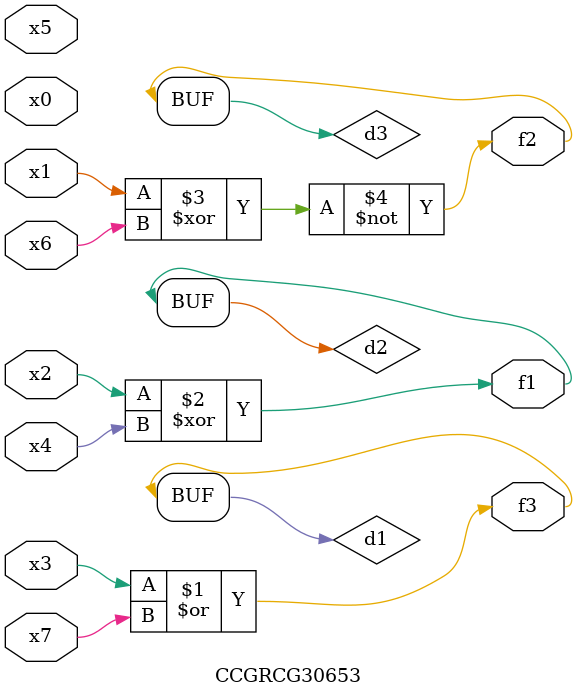
<source format=v>
module CCGRCG30653(
	input x0, x1, x2, x3, x4, x5, x6, x7,
	output f1, f2, f3
);

	wire d1, d2, d3;

	or (d1, x3, x7);
	xor (d2, x2, x4);
	xnor (d3, x1, x6);
	assign f1 = d2;
	assign f2 = d3;
	assign f3 = d1;
endmodule

</source>
